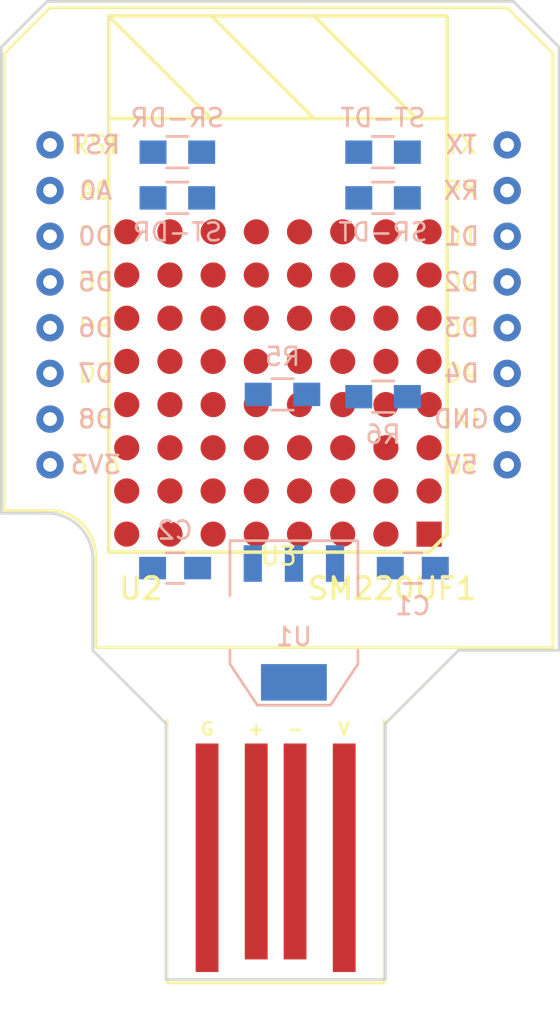
<source format=kicad_pcb>
(kicad_pcb (version 4) (host pcbnew 4.0.3-stable)

  (general
    (links 41)
    (no_connects 41)
    (area 0 0 0 0)
    (thickness 1.6)
    (drawings 14)
    (tracks 0)
    (zones 0)
    (modules 12)
    (nets 43)
  )

  (page A4)
  (layers
    (0 F.Cu signal)
    (31 B.Cu signal)
    (32 B.Adhes user)
    (33 F.Adhes user)
    (34 B.Paste user)
    (35 F.Paste user)
    (36 B.SilkS user)
    (37 F.SilkS user)
    (38 B.Mask user)
    (39 F.Mask user)
    (40 Dwgs.User user)
    (41 Cmts.User user)
    (42 Eco1.User user)
    (43 Eco2.User user)
    (44 Edge.Cuts user)
    (45 Margin user)
    (46 B.CrtYd user)
    (47 F.CrtYd user)
    (48 B.Fab user)
    (49 F.Fab user)
  )

  (setup
    (last_trace_width 0.25)
    (trace_clearance 0.2)
    (zone_clearance 0.508)
    (zone_45_only no)
    (trace_min 0.2)
    (segment_width 0.2)
    (edge_width 0.15)
    (via_size 0.6)
    (via_drill 0.4)
    (via_min_size 0.4)
    (via_min_drill 0.3)
    (uvia_size 0.3)
    (uvia_drill 0.1)
    (uvias_allowed no)
    (uvia_min_size 0.2)
    (uvia_min_drill 0.1)
    (pcb_text_width 0.3)
    (pcb_text_size 1.5 1.5)
    (mod_edge_width 0.15)
    (mod_text_size 1 1)
    (mod_text_width 0.15)
    (pad_size 1.524 1.524)
    (pad_drill 0.762)
    (pad_to_mask_clearance 0.2)
    (aux_axis_origin 0 0)
    (visible_elements FFFFFF7F)
    (pcbplotparams
      (layerselection 0x00030_80000001)
      (usegerberextensions false)
      (excludeedgelayer true)
      (linewidth 0.100000)
      (plotframeref false)
      (viasonmask false)
      (mode 1)
      (useauxorigin false)
      (hpglpennumber 1)
      (hpglpenspeed 20)
      (hpglpendiameter 15)
      (hpglpenoverlay 2)
      (psnegative false)
      (psa4output false)
      (plotreference true)
      (plotvalue true)
      (plotinvisibletext false)
      (padsonsilk false)
      (subtractmaskfromsilk false)
      (outputformat 1)
      (mirror false)
      (drillshape 1)
      (scaleselection 1)
      (outputdirectory ""))
  )

  (net 0 "")
  (net 1 +5V)
  (net 2 GND)
  (net 3 "Net-(C2-Pad1)")
  (net 4 "Net-(P1-Pad3)")
  (net 5 "Net-(P1-Pad2)")
  (net 6 D1_RX)
  (net 7 SNAP_RXD1)
  (net 8 D1_TX)
  (net 9 SNAP_TXD1)
  (net 10 +3V3)
  (net 11 SNAP_RESET)
  (net 12 SNAP_SPI_MISO)
  (net 13 SNAP_RXD0_INT)
  (net 14 SNAP_PB5_PWM_INT)
  (net 15 "Net-(U2-PadE1)")
  (net 16 "Net-(U2-PadF1)")
  (net 17 "Net-(U2-PadG1)")
  (net 18 "Net-(U2-PadB2)")
  (net 19 SNAP_TXD0)
  (net 20 SNAP_PB6_PWM_INT)
  (net 21 "Net-(U2-PadE2)")
  (net 22 "Net-(U2-PadF2)")
  (net 23 "Net-(U2-PadG2)")
  (net 24 "Net-(U2-PadH2)")
  (net 25 SNAP_PE5_PWM_INT)
  (net 26 SNAP_PE4_PWM_INT)
  (net 27 "Net-(U2-PadD3)")
  (net 28 "Net-(U2-PadE3)")
  (net 29 "Net-(U2-PadF3)")
  (net 30 "Net-(U2-PadG3)")
  (net 31 "Net-(U2-PadH3)")
  (net 32 SNAP_ADC0)
  (net 33 SNAP_SPI_MOSI)
  (net 34 "Net-(U2-PadC4)")
  (net 35 "Net-(U2-PadF4)")
  (net 36 SNAP_SPI_CLK)
  (net 37 "Net-(U2-PadC5)")
  (net 38 "Net-(U2-PadG5)")
  (net 39 "Net-(U2-PadA6)")
  (net 40 "Net-(U2-PadB6)")
  (net 41 "Net-(U2-PadA7)")
  (net 42 "Net-(U2-PadB7)")

  (net_class Default "This is the default net class."
    (clearance 0.2)
    (trace_width 0.25)
    (via_dia 0.6)
    (via_drill 0.4)
    (uvia_dia 0.3)
    (uvia_drill 0.1)
    (add_net +3V3)
    (add_net +5V)
    (add_net D1_RX)
    (add_net D1_TX)
    (add_net GND)
    (add_net "Net-(C2-Pad1)")
    (add_net "Net-(P1-Pad2)")
    (add_net "Net-(P1-Pad3)")
    (add_net "Net-(U2-PadA6)")
    (add_net "Net-(U2-PadA7)")
    (add_net "Net-(U2-PadB2)")
    (add_net "Net-(U2-PadB6)")
    (add_net "Net-(U2-PadB7)")
    (add_net "Net-(U2-PadC4)")
    (add_net "Net-(U2-PadC5)")
    (add_net "Net-(U2-PadD3)")
    (add_net "Net-(U2-PadE1)")
    (add_net "Net-(U2-PadE2)")
    (add_net "Net-(U2-PadE3)")
    (add_net "Net-(U2-PadF1)")
    (add_net "Net-(U2-PadF2)")
    (add_net "Net-(U2-PadF3)")
    (add_net "Net-(U2-PadF4)")
    (add_net "Net-(U2-PadG1)")
    (add_net "Net-(U2-PadG2)")
    (add_net "Net-(U2-PadG3)")
    (add_net "Net-(U2-PadG5)")
    (add_net "Net-(U2-PadH2)")
    (add_net "Net-(U2-PadH3)")
    (add_net SNAP_ADC0)
    (add_net SNAP_PB5_PWM_INT)
    (add_net SNAP_PB6_PWM_INT)
    (add_net SNAP_PE4_PWM_INT)
    (add_net SNAP_PE5_PWM_INT)
    (add_net SNAP_RESET)
    (add_net SNAP_RXD0_INT)
    (add_net SNAP_RXD1)
    (add_net SNAP_SPI_CLK)
    (add_net SNAP_SPI_MISO)
    (add_net SNAP_SPI_MOSI)
    (add_net SNAP_TXD0)
    (add_net SNAP_TXD1)
  )

  (module Capacitors_SMD:C_0805_HandSoldering (layer B.Cu) (tedit 541A9B8D) (tstamp 57C63A9A)
    (at 155.956 118.364)
    (descr "Capacitor SMD 0805, hand soldering")
    (tags "capacitor 0805")
    (path /57C52C01)
    (attr smd)
    (fp_text reference C1 (at 0 2.1) (layer B.SilkS)
      (effects (font (size 1 1) (thickness 0.15)) (justify mirror))
    )
    (fp_text value C (at 0 -2.1) (layer B.Fab)
      (effects (font (size 1 1) (thickness 0.15)) (justify mirror))
    )
    (fp_line (start -2.3 1) (end 2.3 1) (layer B.CrtYd) (width 0.05))
    (fp_line (start -2.3 -1) (end 2.3 -1) (layer B.CrtYd) (width 0.05))
    (fp_line (start -2.3 1) (end -2.3 -1) (layer B.CrtYd) (width 0.05))
    (fp_line (start 2.3 1) (end 2.3 -1) (layer B.CrtYd) (width 0.05))
    (fp_line (start 0.5 0.85) (end -0.5 0.85) (layer B.SilkS) (width 0.15))
    (fp_line (start -0.5 -0.85) (end 0.5 -0.85) (layer B.SilkS) (width 0.15))
    (pad 1 smd rect (at -1.25 0) (size 1.5 1.25) (layers B.Cu B.Paste B.Mask)
      (net 1 +5V))
    (pad 2 smd rect (at 1.25 0) (size 1.5 1.25) (layers B.Cu B.Paste B.Mask)
      (net 2 GND))
    (model Capacitors_SMD.3dshapes/C_0805_HandSoldering.wrl
      (at (xyz 0 0 0))
      (scale (xyz 1 1 1))
      (rotate (xyz 0 0 0))
    )
  )

  (module Capacitors_SMD:C_0805_HandSoldering (layer B.Cu) (tedit 541A9B8D) (tstamp 57C63AA0)
    (at 142.748 118.364 180)
    (descr "Capacitor SMD 0805, hand soldering")
    (tags "capacitor 0805")
    (path /57C52CCF)
    (attr smd)
    (fp_text reference C2 (at 0 2.1 180) (layer B.SilkS)
      (effects (font (size 1 1) (thickness 0.15)) (justify mirror))
    )
    (fp_text value C (at 0 -2.1 180) (layer B.Fab)
      (effects (font (size 1 1) (thickness 0.15)) (justify mirror))
    )
    (fp_line (start -2.3 1) (end 2.3 1) (layer B.CrtYd) (width 0.05))
    (fp_line (start -2.3 -1) (end 2.3 -1) (layer B.CrtYd) (width 0.05))
    (fp_line (start -2.3 1) (end -2.3 -1) (layer B.CrtYd) (width 0.05))
    (fp_line (start 2.3 1) (end 2.3 -1) (layer B.CrtYd) (width 0.05))
    (fp_line (start 0.5 0.85) (end -0.5 0.85) (layer B.SilkS) (width 0.15))
    (fp_line (start -0.5 -0.85) (end 0.5 -0.85) (layer B.SilkS) (width 0.15))
    (pad 1 smd rect (at -1.25 0 180) (size 1.5 1.25) (layers B.Cu B.Paste B.Mask)
      (net 3 "Net-(C2-Pad1)"))
    (pad 2 smd rect (at 1.25 0 180) (size 1.5 1.25) (layers B.Cu B.Paste B.Mask)
      (net 2 GND))
    (model Capacitors_SMD.3dshapes/C_0805_HandSoldering.wrl
      (at (xyz 0 0 0))
      (scale (xyz 1 1 1))
      (rotate (xyz 0 0 0))
    )
  )

  (module CrumpPrints:USB_Board_Edge (layer F.Cu) (tedit 57C53BD8) (tstamp 57C63AA8)
    (at 148.336 134.112 180)
    (path /57C51FF3)
    (fp_text reference P1 (at 0 10.16 180) (layer F.SilkS) hide
      (effects (font (size 1 1) (thickness 0.15)))
    )
    (fp_text value USB_Edge (at 0 -8.7 180) (layer F.Fab)
      (effects (font (size 1 1) (thickness 0.15)))
    )
    (fp_text user G (at 3.8 6.8 180) (layer F.SilkS)
      (effects (font (size 0.7 0.7) (thickness 0.15)))
    )
    (fp_text user + (at 1.1 6.8 180) (layer F.SilkS)
      (effects (font (size 0.7 0.7) (thickness 0.15)))
    )
    (fp_text user - (at -1.1 6.8 180) (layer F.SilkS)
      (effects (font (size 0.7 0.7) (thickness 0.15)))
    )
    (fp_text user V (at -3.8 6.8 180) (layer F.SilkS)
      (effects (font (size 0.7 0.7) (thickness 0.15)))
    )
    (fp_line (start -6.0325 -7.3025) (end -6.0325 7.3025) (layer F.SilkS) (width 0.15))
    (fp_line (start -6.0325 -7.3025) (end 6.0325 -7.3025) (layer F.SilkS) (width 0.15))
    (fp_line (start 6.0325 -7.3025) (end 6.0325 7.3025) (layer F.SilkS) (width 0.15))
    (pad 3 smd rect (at 1.0795 0 180) (size 1.27 12) (layers F.Cu F.Paste F.Mask)
      (net 4 "Net-(P1-Pad3)"))
    (pad 2 smd rect (at -1.0795 0 180) (size 1.27 12) (layers F.Cu F.Paste F.Mask)
      (net 5 "Net-(P1-Pad2)"))
    (pad 4 smd rect (at 3.81 -0.35 180) (size 1.27 12.7) (layers F.Cu F.Paste F.Mask)
      (net 2 GND))
    (pad 1 smd rect (at -3.81 -0.35 180) (size 1.27 12.7) (layers F.Cu F.Paste F.Mask)
      (net 1 +5V))
  )

  (module Resistors_SMD:R_0805_HandSoldering (layer B.Cu) (tedit 57C63C4F) (tstamp 57C63AAE)
    (at 142.875 95.25)
    (descr "Resistor SMD 0805, hand soldering")
    (tags "resistor 0805")
    (path /57C53F16)
    (attr smd)
    (fp_text reference R1 (at 0 2.1) (layer B.SilkS) hide
      (effects (font (size 1 1) (thickness 0.15)) (justify mirror))
    )
    (fp_text value SR-DR (at 0 -1.905) (layer B.SilkS)
      (effects (font (size 1 1) (thickness 0.15)) (justify mirror))
    )
    (fp_line (start -2.4 1) (end 2.4 1) (layer B.CrtYd) (width 0.05))
    (fp_line (start -2.4 -1) (end 2.4 -1) (layer B.CrtYd) (width 0.05))
    (fp_line (start -2.4 1) (end -2.4 -1) (layer B.CrtYd) (width 0.05))
    (fp_line (start 2.4 1) (end 2.4 -1) (layer B.CrtYd) (width 0.05))
    (fp_line (start 0.6 -0.875) (end -0.6 -0.875) (layer B.SilkS) (width 0.15))
    (fp_line (start -0.6 0.875) (end 0.6 0.875) (layer B.SilkS) (width 0.15))
    (pad 1 smd rect (at -1.35 0) (size 1.5 1.3) (layers B.Cu B.Paste B.Mask)
      (net 6 D1_RX))
    (pad 2 smd rect (at 1.35 0) (size 1.5 1.3) (layers B.Cu B.Paste B.Mask)
      (net 7 SNAP_RXD1))
    (model Resistors_SMD.3dshapes/R_0805_HandSoldering.wrl
      (at (xyz 0 0 0))
      (scale (xyz 1 1 1))
      (rotate (xyz 0 0 0))
    )
  )

  (module Resistors_SMD:R_0805_HandSoldering (layer B.Cu) (tedit 57C63C48) (tstamp 57C63AB4)
    (at 154.305 97.79)
    (descr "Resistor SMD 0805, hand soldering")
    (tags "resistor 0805")
    (path /57C54079)
    (attr smd)
    (fp_text reference R2 (at 0 2.1) (layer B.SilkS) hide
      (effects (font (size 1 1) (thickness 0.15)) (justify mirror))
    )
    (fp_text value SR-DT (at 0 1.905) (layer B.SilkS)
      (effects (font (size 1 1) (thickness 0.15)) (justify mirror))
    )
    (fp_line (start -2.4 1) (end 2.4 1) (layer B.CrtYd) (width 0.05))
    (fp_line (start -2.4 -1) (end 2.4 -1) (layer B.CrtYd) (width 0.05))
    (fp_line (start -2.4 1) (end -2.4 -1) (layer B.CrtYd) (width 0.05))
    (fp_line (start 2.4 1) (end 2.4 -1) (layer B.CrtYd) (width 0.05))
    (fp_line (start 0.6 -0.875) (end -0.6 -0.875) (layer B.SilkS) (width 0.15))
    (fp_line (start -0.6 0.875) (end 0.6 0.875) (layer B.SilkS) (width 0.15))
    (pad 1 smd rect (at -1.35 0) (size 1.5 1.3) (layers B.Cu B.Paste B.Mask)
      (net 7 SNAP_RXD1))
    (pad 2 smd rect (at 1.35 0) (size 1.5 1.3) (layers B.Cu B.Paste B.Mask)
      (net 8 D1_TX))
    (model Resistors_SMD.3dshapes/R_0805_HandSoldering.wrl
      (at (xyz 0 0 0))
      (scale (xyz 1 1 1))
      (rotate (xyz 0 0 0))
    )
  )

  (module Resistors_SMD:R_0805_HandSoldering (layer B.Cu) (tedit 57C63C4B) (tstamp 57C63ABA)
    (at 142.875 97.79)
    (descr "Resistor SMD 0805, hand soldering")
    (tags "resistor 0805")
    (path /57C5407F)
    (attr smd)
    (fp_text reference R3 (at 0 2.1) (layer B.SilkS) hide
      (effects (font (size 1 1) (thickness 0.15)) (justify mirror))
    )
    (fp_text value ST-DR (at 0 1.905) (layer B.SilkS)
      (effects (font (size 1 1) (thickness 0.15)) (justify mirror))
    )
    (fp_line (start -2.4 1) (end 2.4 1) (layer B.CrtYd) (width 0.05))
    (fp_line (start -2.4 -1) (end 2.4 -1) (layer B.CrtYd) (width 0.05))
    (fp_line (start -2.4 1) (end -2.4 -1) (layer B.CrtYd) (width 0.05))
    (fp_line (start 2.4 1) (end 2.4 -1) (layer B.CrtYd) (width 0.05))
    (fp_line (start 0.6 -0.875) (end -0.6 -0.875) (layer B.SilkS) (width 0.15))
    (fp_line (start -0.6 0.875) (end 0.6 0.875) (layer B.SilkS) (width 0.15))
    (pad 1 smd rect (at -1.35 0) (size 1.5 1.3) (layers B.Cu B.Paste B.Mask)
      (net 6 D1_RX))
    (pad 2 smd rect (at 1.35 0) (size 1.5 1.3) (layers B.Cu B.Paste B.Mask)
      (net 9 SNAP_TXD1))
    (model Resistors_SMD.3dshapes/R_0805_HandSoldering.wrl
      (at (xyz 0 0 0))
      (scale (xyz 1 1 1))
      (rotate (xyz 0 0 0))
    )
  )

  (module Resistors_SMD:R_0805_HandSoldering (layer B.Cu) (tedit 57C63C52) (tstamp 57C63AC0)
    (at 154.305 95.25)
    (descr "Resistor SMD 0805, hand soldering")
    (tags "resistor 0805")
    (path /57C53FF5)
    (attr smd)
    (fp_text reference R4 (at 0 2.1) (layer B.SilkS) hide
      (effects (font (size 1 1) (thickness 0.15)) (justify mirror))
    )
    (fp_text value ST-DT (at 0 -1.905) (layer B.SilkS)
      (effects (font (size 1 1) (thickness 0.15)) (justify mirror))
    )
    (fp_line (start -2.4 1) (end 2.4 1) (layer B.CrtYd) (width 0.05))
    (fp_line (start -2.4 -1) (end 2.4 -1) (layer B.CrtYd) (width 0.05))
    (fp_line (start -2.4 1) (end -2.4 -1) (layer B.CrtYd) (width 0.05))
    (fp_line (start 2.4 1) (end 2.4 -1) (layer B.CrtYd) (width 0.05))
    (fp_line (start 0.6 -0.875) (end -0.6 -0.875) (layer B.SilkS) (width 0.15))
    (fp_line (start -0.6 0.875) (end 0.6 0.875) (layer B.SilkS) (width 0.15))
    (pad 1 smd rect (at -1.35 0) (size 1.5 1.3) (layers B.Cu B.Paste B.Mask)
      (net 9 SNAP_TXD1))
    (pad 2 smd rect (at 1.35 0) (size 1.5 1.3) (layers B.Cu B.Paste B.Mask)
      (net 8 D1_TX))
    (model Resistors_SMD.3dshapes/R_0805_HandSoldering.wrl
      (at (xyz 0 0 0))
      (scale (xyz 1 1 1))
      (rotate (xyz 0 0 0))
    )
  )

  (module Resistors_SMD:R_0805_HandSoldering (layer B.Cu) (tedit 54189DEE) (tstamp 57C63AC6)
    (at 148.717 108.712 180)
    (descr "Resistor SMD 0805, hand soldering")
    (tags "resistor 0805")
    (path /57C57C90)
    (attr smd)
    (fp_text reference R5 (at 0 2.1 180) (layer B.SilkS)
      (effects (font (size 1 1) (thickness 0.15)) (justify mirror))
    )
    (fp_text value 10K (at 0 -2.1 180) (layer B.Fab)
      (effects (font (size 1 1) (thickness 0.15)) (justify mirror))
    )
    (fp_line (start -2.4 1) (end 2.4 1) (layer B.CrtYd) (width 0.05))
    (fp_line (start -2.4 -1) (end 2.4 -1) (layer B.CrtYd) (width 0.05))
    (fp_line (start -2.4 1) (end -2.4 -1) (layer B.CrtYd) (width 0.05))
    (fp_line (start 2.4 1) (end 2.4 -1) (layer B.CrtYd) (width 0.05))
    (fp_line (start 0.6 -0.875) (end -0.6 -0.875) (layer B.SilkS) (width 0.15))
    (fp_line (start -0.6 0.875) (end 0.6 0.875) (layer B.SilkS) (width 0.15))
    (pad 1 smd rect (at -1.35 0 180) (size 1.5 1.3) (layers B.Cu B.Paste B.Mask)
      (net 10 +3V3))
    (pad 2 smd rect (at 1.35 0 180) (size 1.5 1.3) (layers B.Cu B.Paste B.Mask)
      (net 11 SNAP_RESET))
    (model Resistors_SMD.3dshapes/R_0805_HandSoldering.wrl
      (at (xyz 0 0 0))
      (scale (xyz 1 1 1))
      (rotate (xyz 0 0 0))
    )
  )

  (module Resistors_SMD:R_0805_HandSoldering (layer B.Cu) (tedit 54189DEE) (tstamp 57C63ACC)
    (at 154.305 108.839)
    (descr "Resistor SMD 0805, hand soldering")
    (tags "resistor 0805")
    (path /57C62FB9)
    (attr smd)
    (fp_text reference R6 (at 0 2.1) (layer B.SilkS)
      (effects (font (size 1 1) (thickness 0.15)) (justify mirror))
    )
    (fp_text value 3V3_EN (at 0 -2.1) (layer B.Fab)
      (effects (font (size 1 1) (thickness 0.15)) (justify mirror))
    )
    (fp_line (start -2.4 1) (end 2.4 1) (layer B.CrtYd) (width 0.05))
    (fp_line (start -2.4 -1) (end 2.4 -1) (layer B.CrtYd) (width 0.05))
    (fp_line (start -2.4 1) (end -2.4 -1) (layer B.CrtYd) (width 0.05))
    (fp_line (start 2.4 1) (end 2.4 -1) (layer B.CrtYd) (width 0.05))
    (fp_line (start 0.6 -0.875) (end -0.6 -0.875) (layer B.SilkS) (width 0.15))
    (fp_line (start -0.6 0.875) (end 0.6 0.875) (layer B.SilkS) (width 0.15))
    (pad 1 smd rect (at -1.35 0) (size 1.5 1.3) (layers B.Cu B.Paste B.Mask)
      (net 10 +3V3))
    (pad 2 smd rect (at 1.35 0) (size 1.5 1.3) (layers B.Cu B.Paste B.Mask)
      (net 3 "Net-(C2-Pad1)"))
    (model Resistors_SMD.3dshapes/R_0805_HandSoldering.wrl
      (at (xyz 0 0 0))
      (scale (xyz 1 1 1))
      (rotate (xyz 0 0 0))
    )
  )

  (module TO_SOT_Packages_SMD:SOT-223 (layer B.Cu) (tedit 0) (tstamp 57C63AD4)
    (at 149.352 121.412)
    (descr "module CMS SOT223 4 pins")
    (tags "CMS SOT")
    (path /57C56ABD)
    (attr smd)
    (fp_text reference U1 (at 0 0.762) (layer B.SilkS)
      (effects (font (size 1 1) (thickness 0.15)) (justify mirror))
    )
    (fp_text value AP2114H (at 0 -0.762) (layer B.Fab)
      (effects (font (size 1 1) (thickness 0.15)) (justify mirror))
    )
    (fp_line (start -3.556 -1.524) (end -3.556 -4.572) (layer B.SilkS) (width 0.15))
    (fp_line (start -3.556 -4.572) (end 3.556 -4.572) (layer B.SilkS) (width 0.15))
    (fp_line (start 3.556 -4.572) (end 3.556 -1.524) (layer B.SilkS) (width 0.15))
    (fp_line (start -3.556 1.524) (end -3.556 2.286) (layer B.SilkS) (width 0.15))
    (fp_line (start -3.556 2.286) (end -2.032 4.572) (layer B.SilkS) (width 0.15))
    (fp_line (start -2.032 4.572) (end 2.032 4.572) (layer B.SilkS) (width 0.15))
    (fp_line (start 2.032 4.572) (end 3.556 2.286) (layer B.SilkS) (width 0.15))
    (fp_line (start 3.556 2.286) (end 3.556 1.524) (layer B.SilkS) (width 0.15))
    (pad 4 smd rect (at 0 3.302) (size 3.6576 2.032) (layers B.Cu B.Paste B.Mask))
    (pad 2 smd rect (at 0 -3.302) (size 1.016 2.032) (layers B.Cu B.Paste B.Mask)
      (net 3 "Net-(C2-Pad1)"))
    (pad 3 smd rect (at 2.286 -3.302) (size 1.016 2.032) (layers B.Cu B.Paste B.Mask)
      (net 1 +5V))
    (pad 1 smd rect (at -2.286 -3.302) (size 1.016 2.032) (layers B.Cu B.Paste B.Mask)
      (net 2 GND))
    (model TO_SOT_Packages_SMD.3dshapes/SOT-223.wrl
      (at (xyz 0 0 0))
      (scale (xyz 0.4 0.4 0.4))
      (rotate (xyz 0 0 0))
    )
  )

  (module CrumpPrints:SM200 (layer F.Cu) (tedit 54F7E419) (tstamp 57C63B18)
    (at 148.463 108.077)
    (path /57C51AA7)
    (fp_text reference U2 (at -7.62 11.43) (layer F.SilkS)
      (effects (font (size 1.2 1.2) (thickness 0.2)))
    )
    (fp_text value SM220UF1 (at 6.35 11.43) (layer F.SilkS)
      (effects (font (size 1.2 1.2) (thickness 0.2)))
    )
    (fp_line (start 2 -20.4) (end 7.7 -14.7) (layer F.SilkS) (width 0.2))
    (fp_line (start -3.7 -20.4) (end 2 -14.7) (layer F.SilkS) (width 0.2))
    (fp_line (start -9.4 -20.4) (end -3.7 -14.7) (layer F.SilkS) (width 0.2))
    (fp_line (start -9.4 -14.7) (end 9.4 -14.7) (layer F.SilkS) (width 0.2))
    (fp_line (start 9.4 -9.4) (end 9.4 -20.4) (layer F.SilkS) (width 0.2))
    (fp_line (start 9.4 -20.4) (end -9.4 -20.4) (layer F.SilkS) (width 0.2))
    (fp_line (start -9.4 -20.4) (end -9.4 -9.4) (layer F.SilkS) (width 0.2))
    (fp_line (start 9.4 8.4) (end 8.4 9.4) (layer F.SilkS) (width 0.2))
    (fp_line (start 8.4 9.4) (end -9.4 9.4) (layer F.SilkS) (width 0.2))
    (fp_line (start -9.4 9.4) (end -9.4 -9.4) (layer F.SilkS) (width 0.2))
    (fp_line (start 9.4 -9.4) (end 9.4 8.4) (layer F.SilkS) (width 0.2))
    (pad A1 smd rect (at 8.4 8.4 90) (size 1.4 1.4) (layers F.Cu F.Paste F.Mask)
      (net 2 GND))
    (pad B1 smd circle (at 6 8.4 90) (size 1.4 1.4) (layers F.Cu F.Paste F.Mask)
      (net 12 SNAP_SPI_MISO))
    (pad C1 smd circle (at 3.6 8.4 90) (size 1.4 1.4) (layers F.Cu F.Paste F.Mask)
      (net 13 SNAP_RXD0_INT))
    (pad D1 smd circle (at 1.2 8.4 90) (size 1.4 1.4) (layers F.Cu F.Paste F.Mask)
      (net 14 SNAP_PB5_PWM_INT))
    (pad E1 smd circle (at -1.2 8.4 90) (size 1.4 1.4) (layers F.Cu F.Paste F.Mask)
      (net 15 "Net-(U2-PadE1)"))
    (pad F1 smd circle (at -3.6 8.4 90) (size 1.4 1.4) (layers F.Cu F.Paste F.Mask)
      (net 16 "Net-(U2-PadF1)"))
    (pad G1 smd circle (at -6 8.4 90) (size 1.4 1.4) (layers F.Cu F.Paste F.Mask)
      (net 17 "Net-(U2-PadG1)"))
    (pad H1 smd circle (at -8.4 8.4 90) (size 1.4 1.4) (layers F.Cu F.Paste F.Mask)
      (net 2 GND))
    (pad A2 smd circle (at 8.4 6 90) (size 1.4 1.4) (layers F.Cu F.Paste F.Mask)
      (net 10 +3V3))
    (pad B2 smd circle (at 6 6 90) (size 1.4 1.4) (layers F.Cu F.Paste F.Mask)
      (net 18 "Net-(U2-PadB2)"))
    (pad C2 smd circle (at 3.6 6 90) (size 1.4 1.4) (layers F.Cu F.Paste F.Mask)
      (net 19 SNAP_TXD0))
    (pad D2 smd circle (at 1.2 6 90) (size 1.4 1.4) (layers F.Cu F.Paste F.Mask)
      (net 20 SNAP_PB6_PWM_INT))
    (pad E2 smd circle (at -1.2 6 90) (size 1.4 1.4) (layers F.Cu F.Paste F.Mask)
      (net 21 "Net-(U2-PadE2)"))
    (pad F2 smd circle (at -3.6 6 90) (size 1.4 1.4) (layers F.Cu F.Paste F.Mask)
      (net 22 "Net-(U2-PadF2)"))
    (pad G2 smd circle (at -6 6 90) (size 1.4 1.4) (layers F.Cu F.Paste F.Mask)
      (net 23 "Net-(U2-PadG2)"))
    (pad H2 smd circle (at -8.4 6 90) (size 1.4 1.4) (layers F.Cu F.Paste F.Mask)
      (net 24 "Net-(U2-PadH2)"))
    (pad A3 smd circle (at 8.4 3.6 90) (size 1.4 1.4) (layers F.Cu F.Paste F.Mask)
      (net 10 +3V3))
    (pad B3 smd circle (at 6 3.6 90) (size 1.4 1.4) (layers F.Cu F.Paste F.Mask)
      (net 25 SNAP_PE5_PWM_INT))
    (pad C3 smd circle (at 3.6 3.6 90) (size 1.4 1.4) (layers F.Cu F.Paste F.Mask)
      (net 26 SNAP_PE4_PWM_INT))
    (pad D3 smd circle (at 1.2 3.6 90) (size 1.4 1.4) (layers F.Cu F.Paste F.Mask)
      (net 27 "Net-(U2-PadD3)"))
    (pad E3 smd circle (at -1.2 3.6 90) (size 1.4 1.4) (layers F.Cu F.Paste F.Mask)
      (net 28 "Net-(U2-PadE3)"))
    (pad F3 smd circle (at -3.6 3.6 90) (size 1.4 1.4) (layers F.Cu F.Paste F.Mask)
      (net 29 "Net-(U2-PadF3)"))
    (pad G3 smd circle (at -6 3.6 90) (size 1.4 1.4) (layers F.Cu F.Paste F.Mask)
      (net 30 "Net-(U2-PadG3)"))
    (pad H3 smd circle (at -8.4 3.6 90) (size 1.4 1.4) (layers F.Cu F.Paste F.Mask)
      (net 31 "Net-(U2-PadH3)"))
    (pad A4 smd circle (at 8.4 1.2 90) (size 1.4 1.4) (layers F.Cu F.Paste F.Mask)
      (net 32 SNAP_ADC0))
    (pad B4 smd circle (at 6 1.2 90) (size 1.4 1.4) (layers F.Cu F.Paste F.Mask)
      (net 33 SNAP_SPI_MOSI))
    (pad C4 smd circle (at 3.6 1.2 90) (size 1.4 1.4) (layers F.Cu F.Paste F.Mask)
      (net 34 "Net-(U2-PadC4)"))
    (pad D4 smd circle (at 1.2 1.2 90) (size 1.4 1.4) (layers F.Cu F.Paste F.Mask))
    (pad E4 smd circle (at -1.2 1.2 90) (size 1.4 1.4) (layers F.Cu F.Paste F.Mask))
    (pad F4 smd circle (at -3.6 1.2 90) (size 1.4 1.4) (layers F.Cu F.Paste F.Mask)
      (net 35 "Net-(U2-PadF4)"))
    (pad G4 smd circle (at -6 1.2 90) (size 1.4 1.4) (layers F.Cu F.Paste F.Mask)
      (net 7 SNAP_RXD1))
    (pad H4 smd circle (at -8.4 1.2 90) (size 1.4 1.4) (layers F.Cu F.Paste F.Mask)
      (net 9 SNAP_TXD1))
    (pad A5 smd circle (at 8.4 -1.2 90) (size 1.4 1.4) (layers F.Cu F.Paste F.Mask)
      (net 36 SNAP_SPI_CLK))
    (pad B5 smd circle (at 6 -1.2 90) (size 1.4 1.4) (layers F.Cu F.Paste F.Mask))
    (pad C5 smd circle (at 3.6 -1.2 90) (size 1.4 1.4) (layers F.Cu F.Paste F.Mask)
      (net 37 "Net-(U2-PadC5)"))
    (pad D5 smd circle (at 1.2 -1.2 90) (size 1.4 1.4) (layers F.Cu F.Paste F.Mask))
    (pad E5 smd circle (at -1.2 -1.2 90) (size 1.4 1.4) (layers F.Cu F.Paste F.Mask))
    (pad F5 smd circle (at -3.6 -1.2 90) (size 1.4 1.4) (layers F.Cu F.Paste F.Mask))
    (pad G5 smd circle (at -6 -1.2 90) (size 1.4 1.4) (layers F.Cu F.Paste F.Mask)
      (net 38 "Net-(U2-PadG5)"))
    (pad H5 smd circle (at -8.4 -1.2 90) (size 1.4 1.4) (layers F.Cu F.Paste F.Mask)
      (net 11 SNAP_RESET))
    (pad A6 smd circle (at 8.4 -3.6 90) (size 1.4 1.4) (layers F.Cu F.Paste F.Mask)
      (net 39 "Net-(U2-PadA6)"))
    (pad B6 smd circle (at 6 -3.6 90) (size 1.4 1.4) (layers F.Cu F.Paste F.Mask)
      (net 40 "Net-(U2-PadB6)"))
    (pad C6 smd circle (at 3.6 -3.6 90) (size 1.4 1.4) (layers F.Cu F.Paste F.Mask))
    (pad D6 smd circle (at 1.2 -3.6 90) (size 1.4 1.4) (layers F.Cu F.Paste F.Mask))
    (pad E6 smd circle (at -1.2 -3.6 90) (size 1.4 1.4) (layers F.Cu F.Paste F.Mask))
    (pad F6 smd circle (at -3.6 -3.6 90) (size 1.4 1.4) (layers F.Cu F.Paste F.Mask))
    (pad G6 smd circle (at -6 -3.6 90) (size 1.4 1.4) (layers F.Cu F.Paste F.Mask))
    (pad H6 smd circle (at -8.4 -3.6 90) (size 1.4 1.4) (layers F.Cu F.Paste F.Mask))
    (pad A7 smd circle (at 8.4 -6 90) (size 1.4 1.4) (layers F.Cu F.Paste F.Mask)
      (net 41 "Net-(U2-PadA7)"))
    (pad B7 smd circle (at 6 -6 90) (size 1.4 1.4) (layers F.Cu F.Paste F.Mask)
      (net 42 "Net-(U2-PadB7)"))
    (pad C7 smd circle (at 3.6 -6 90) (size 1.4 1.4) (layers F.Cu F.Paste F.Mask))
    (pad D7 smd circle (at 1.2 -6 90) (size 1.4 1.4) (layers F.Cu F.Paste F.Mask))
    (pad E7 smd circle (at -1.2 -6 90) (size 1.4 1.4) (layers F.Cu F.Paste F.Mask))
    (pad F7 smd circle (at -3.6 -6 90) (size 1.4 1.4) (layers F.Cu F.Paste F.Mask))
    (pad G7 smd circle (at -6 -6 90) (size 1.4 1.4) (layers F.Cu F.Paste F.Mask))
    (pad H7 smd circle (at -8.4 -6 90) (size 1.4 1.4) (layers F.Cu F.Paste F.Mask))
    (pad A8 smd circle (at 8.4 -8.4 90) (size 1.4 1.4) (layers F.Cu F.Paste F.Mask)
      (net 2 GND))
    (pad B8 smd circle (at 6 -8.4 90) (size 1.4 1.4) (layers F.Cu F.Paste F.Mask)
      (net 2 GND))
    (pad C8 smd circle (at 3.6 -8.4 90) (size 1.4 1.4) (layers F.Cu F.Paste F.Mask))
    (pad D8 smd circle (at 1.2 -8.4 90) (size 1.4 1.4) (layers F.Cu F.Paste F.Mask)
      (net 2 GND))
    (pad E8 smd circle (at -1.2 -8.4 90) (size 1.4 1.4) (layers F.Cu F.Paste F.Mask))
    (pad F8 smd circle (at -3.6 -8.4 90) (size 1.4 1.4) (layers F.Cu F.Paste F.Mask)
      (net 2 GND))
    (pad G8 smd circle (at -6 -8.4 90) (size 1.4 1.4) (layers F.Cu F.Paste F.Mask)
      (net 2 GND))
    (pad H8 smd circle (at -8.4 -8.4 90) (size 1.4 1.4) (layers F.Cu F.Paste F.Mask)
      (net 2 GND))
  )

  (module CrumpPrints:D1_mini (layer F.Cu) (tedit 57C63206) (tstamp 57C63B2C)
    (at 148.5011 102.4636)
    (path /57C63B2C)
    (fp_text reference U3 (at 0 15.24) (layer F.SilkS)
      (effects (font (size 1 1) (thickness 0.15)))
    )
    (fp_text value Wemos_D1_Mini (at 0 -12.7) (layer F.Fab)
      (effects (font (size 1 1) (thickness 0.15)))
    )
    (fp_text user RST (at -10.16 -7.62) (layer B.SilkS)
      (effects (font (size 1 1) (thickness 0.15)) (justify mirror))
    )
    (fp_text user A0 (at -10.16 -5.08) (layer B.SilkS)
      (effects (font (size 1 1) (thickness 0.15)) (justify mirror))
    )
    (fp_text user D0 (at -10.16 -2.54) (layer B.SilkS)
      (effects (font (size 1 1) (thickness 0.15)) (justify mirror))
    )
    (fp_text user D5 (at -10.16 0) (layer B.SilkS)
      (effects (font (size 1 1) (thickness 0.15)) (justify mirror))
    )
    (fp_text user D6 (at -10.16 2.54) (layer B.SilkS)
      (effects (font (size 1 1) (thickness 0.15)) (justify mirror))
    )
    (fp_text user D7 (at -10.16 5.08) (layer B.SilkS)
      (effects (font (size 1 1) (thickness 0.15)) (justify mirror))
    )
    (fp_text user D8 (at -10.16 7.62) (layer B.SilkS)
      (effects (font (size 1 1) (thickness 0.15)) (justify mirror))
    )
    (fp_text user 3V3 (at -10.16 10.16) (layer B.SilkS)
      (effects (font (size 1 1) (thickness 0.15)) (justify mirror))
    )
    (fp_text user 5V (at 10.16 10.16) (layer B.SilkS)
      (effects (font (size 1 1) (thickness 0.15)) (justify mirror))
    )
    (fp_text user GND (at 10.16 7.62) (layer B.SilkS)
      (effects (font (size 1 1) (thickness 0.15)) (justify mirror))
    )
    (fp_text user D4 (at 10.16 5.08) (layer B.SilkS)
      (effects (font (size 1 1) (thickness 0.15)) (justify mirror))
    )
    (fp_text user D3 (at 10.16 2.54) (layer B.SilkS)
      (effects (font (size 1 1) (thickness 0.15)) (justify mirror))
    )
    (fp_text user D2 (at 10.16 0) (layer B.SilkS)
      (effects (font (size 1 1) (thickness 0.15)) (justify mirror))
    )
    (fp_text user D1 (at 10.16 -2.54) (layer B.SilkS)
      (effects (font (size 1 1) (thickness 0.15)) (justify mirror))
    )
    (fp_text user RX (at 10.16 -5.08) (layer B.SilkS)
      (effects (font (size 1 1) (thickness 0.15)) (justify mirror))
    )
    (fp_text user TX (at 10.16 -7.62) (layer B.SilkS)
      (effects (font (size 1 1) (thickness 0.15)) (justify mirror))
    )
    (fp_text user TX (at 10.16 -7.62) (layer F.SilkS)
      (effects (font (size 1 1) (thickness 0.15)))
    )
    (fp_text user RX (at 10.16 -5.08) (layer F.SilkS)
      (effects (font (size 1 1) (thickness 0.15)))
    )
    (fp_text user D1 (at 10.16 -2.54) (layer F.SilkS)
      (effects (font (size 1 1) (thickness 0.15)))
    )
    (fp_text user D2 (at 10.16 0) (layer F.SilkS)
      (effects (font (size 1 1) (thickness 0.15)))
    )
    (fp_text user D3 (at 10.16 2.54) (layer F.SilkS)
      (effects (font (size 1 1) (thickness 0.15)))
    )
    (fp_text user D4 (at 10.16 5.08) (layer F.SilkS)
      (effects (font (size 1 1) (thickness 0.15)))
    )
    (fp_text user GND (at 10.16 7.62) (layer F.SilkS)
      (effects (font (size 1 1) (thickness 0.15)))
    )
    (fp_text user 5V (at 10.16 10.16) (layer F.SilkS)
      (effects (font (size 1 1) (thickness 0.15)))
    )
    (fp_text user 3V3 (at -10.16 10.16) (layer F.SilkS)
      (effects (font (size 1 1) (thickness 0.15)))
    )
    (fp_text user D8 (at -10.16 7.62) (layer F.SilkS)
      (effects (font (size 1 1) (thickness 0.15)))
    )
    (fp_text user D7 (at -10.16 5.08) (layer F.SilkS)
      (effects (font (size 1 1) (thickness 0.15)))
    )
    (fp_text user D6 (at -10.16 2.54) (layer F.SilkS)
      (effects (font (size 1 1) (thickness 0.15)))
    )
    (fp_text user D5 (at -10.16 0) (layer F.SilkS)
      (effects (font (size 1 1) (thickness 0.15)))
    )
    (fp_text user D0 (at -10.16 -2.54) (layer F.SilkS)
      (effects (font (size 1 1) (thickness 0.15)))
    )
    (fp_text user A0 (at -10.16 -5.08) (layer F.SilkS)
      (effects (font (size 1 1) (thickness 0.15)))
    )
    (fp_text user RST (at -10.16 -7.62) (layer F.SilkS)
      (effects (font (size 1 1) (thickness 0.15)))
    )
    (fp_line (start 15.24 -12.7) (end 15.24 20.32) (layer F.SilkS) (width 0.15))
    (fp_line (start -12.7 -15.24) (end 12.7 -15.24) (layer F.SilkS) (width 0.15))
    (fp_line (start -15.24 -12.7) (end -15.24 12.7) (layer F.SilkS) (width 0.15))
    (fp_line (start 12.7 -15.24) (end 15.24 -12.7) (layer F.SilkS) (width 0.15))
    (fp_line (start -15.24 -12.7) (end -12.7 -15.24) (layer F.SilkS) (width 0.15))
    (fp_line (start -10.16 15.24) (end -10.16 20.32) (layer F.SilkS) (width 0.15))
    (fp_line (start -15.24 12.7) (end -12.7 12.7) (layer F.SilkS) (width 0.15))
    (fp_arc (start -12.7 15.24) (end -12.7 12.7) (angle 90) (layer F.SilkS) (width 0.15))
    (fp_line (start 15.24 20.32) (end -10.16 20.32) (layer F.SilkS) (width 0.15))
    (pad 1 thru_hole circle (at -12.7 -7.62) (size 1.524 1.524) (drill 0.762) (layers *.Cu *.Mask)
      (net 11 SNAP_RESET))
    (pad 2 thru_hole circle (at -12.7 -5.08) (size 1.524 1.524) (drill 0.762) (layers *.Cu *.Mask)
      (net 32 SNAP_ADC0))
    (pad 3 thru_hole circle (at -12.7 -2.54) (size 1.524 1.524) (drill 0.762) (layers *.Cu *.Mask)
      (net 19 SNAP_TXD0))
    (pad 4 thru_hole circle (at -12.7 0) (size 1.524 1.524) (drill 0.762) (layers *.Cu *.Mask)
      (net 36 SNAP_SPI_CLK))
    (pad 5 thru_hole circle (at -12.7 2.54) (size 1.524 1.524) (drill 0.762) (layers *.Cu *.Mask)
      (net 12 SNAP_SPI_MISO))
    (pad 6 thru_hole circle (at -12.7 5.08) (size 1.524 1.524) (drill 0.762) (layers *.Cu *.Mask)
      (net 33 SNAP_SPI_MOSI))
    (pad 7 thru_hole circle (at -12.7 7.62) (size 1.524 1.524) (drill 0.762) (layers *.Cu *.Mask)
      (net 13 SNAP_RXD0_INT))
    (pad 8 thru_hole circle (at -12.7 10.16) (size 1.524 1.524) (drill 0.762) (layers *.Cu *.Mask)
      (net 10 +3V3))
    (pad 9 thru_hole circle (at 12.7 10.16) (size 1.524 1.524) (drill 0.762) (layers *.Cu *.Mask)
      (net 1 +5V))
    (pad 10 thru_hole circle (at 12.7 7.62) (size 1.524 1.524) (drill 0.762) (layers *.Cu *.Mask)
      (net 2 GND))
    (pad 11 thru_hole circle (at 12.7 5.08) (size 1.524 1.524) (drill 0.762) (layers *.Cu *.Mask)
      (net 25 SNAP_PE5_PWM_INT))
    (pad 12 thru_hole circle (at 12.7 2.54) (size 1.524 1.524) (drill 0.762) (layers *.Cu *.Mask)
      (net 26 SNAP_PE4_PWM_INT))
    (pad 13 thru_hole circle (at 12.7 0) (size 1.524 1.524) (drill 0.762) (layers *.Cu *.Mask)
      (net 20 SNAP_PB6_PWM_INT))
    (pad 14 thru_hole circle (at 12.7 -2.54) (size 1.524 1.524) (drill 0.762) (layers *.Cu *.Mask)
      (net 14 SNAP_PB5_PWM_INT))
    (pad 15 thru_hole circle (at 12.7 -5.08) (size 1.524 1.524) (drill 0.762) (layers *.Cu *.Mask)
      (net 6 D1_RX))
    (pad 16 thru_hole circle (at 12.7 -7.62) (size 1.524 1.524) (drill 0.762) (layers *.Cu *.Mask)
      (net 8 D1_TX))
  )

  (gr_line (start 154.432 141.224) (end 154.432 127) (angle 90) (layer Edge.Cuts) (width 0.15))
  (gr_line (start 142.24 127) (end 142.24 141.224) (angle 90) (layer Edge.Cuts) (width 0.15))
  (gr_line (start 158.496 122.936) (end 164.084 122.936) (angle 90) (layer Edge.Cuts) (width 0.15))
  (gr_line (start 154.432 127) (end 158.496 122.936) (angle 90) (layer Edge.Cuts) (width 0.15))
  (gr_line (start 138.176 122.936) (end 142.24 127) (angle 90) (layer Edge.Cuts) (width 0.15))
  (gr_arc (start 135.636 117.856) (end 135.636 115.316) (angle 90) (layer Edge.Cuts) (width 0.15))
  (gr_line (start 138.176 117.856) (end 138.176 122.936) (angle 90) (layer Edge.Cuts) (width 0.15))
  (gr_line (start 133.096 115.316) (end 135.636 115.316) (angle 90) (layer Edge.Cuts) (width 0.15))
  (gr_line (start 133.096 89.408) (end 133.096 115.316) (angle 90) (layer Edge.Cuts) (width 0.15))
  (gr_line (start 135.636 86.868) (end 133.096 89.408) (angle 90) (layer Edge.Cuts) (width 0.15))
  (gr_line (start 164.084 89.408) (end 164.084 122.936) (angle 90) (layer Edge.Cuts) (width 0.15))
  (gr_line (start 161.544 86.868) (end 164.084 89.408) (angle 90) (layer Edge.Cuts) (width 0.15))
  (gr_line (start 135.636 86.868) (end 161.544 86.868) (angle 90) (layer Edge.Cuts) (width 0.15))
  (gr_line (start 142.24 141.224) (end 154.432 141.224) (angle 90) (layer Edge.Cuts) (width 0.15))

)

</source>
